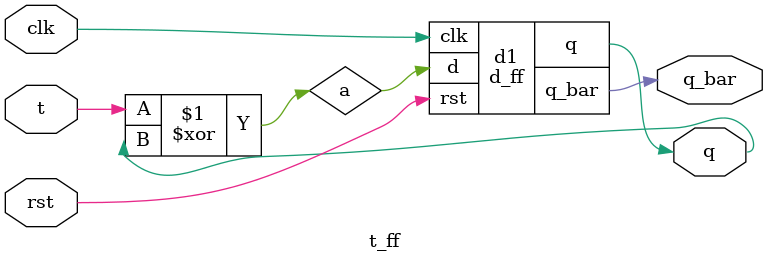
<source format=v>
module d_ff(
input clk,rst,d,
output reg q,
output q_bar);
always@(posedge clk or posedge rst)begin
if(rst)
q<=1'b0;
else
q<=d;
end
assign q_bar=~q;
endmodule

module t_ff(
input clk,rst,t,
output q,q_bar);
assign a=t^q;
d_ff d1(.clk(clk), .rst(rst), .d(a), .q(q), .q_bar(q_bar));
endmodule

</source>
